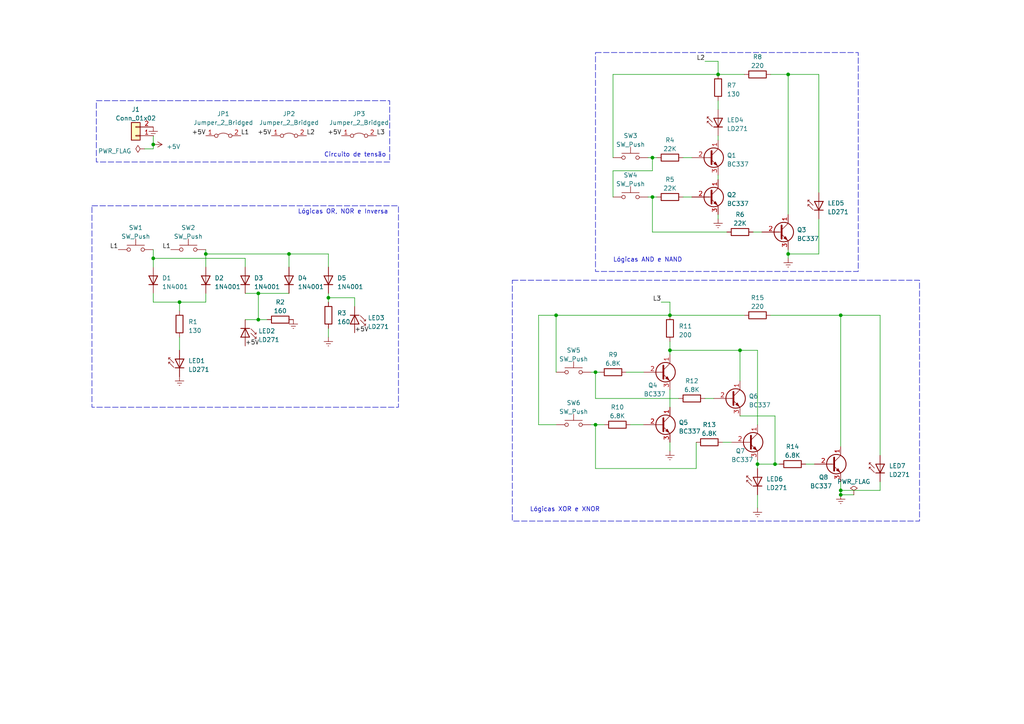
<source format=kicad_sch>
(kicad_sch (version 20230121) (generator eeschema)
  (paper "A4")
  (title_block (title "Lógica Booleana") (date "2023-05-06") (company "IFSP-GRU") (comment 1 "Circuito Simplificado ") (comment 2 "Israel R. Dutra"))
  (lib_symbols
    (symbol "Connector_Generic:Conn_01x02" (pin_names (offset 1.016) hide)
      (property "Reference" "J" (at 0 2.54 0))
      (property "Value" "Conn_01x02" (at 0 -5.08 0))
      (symbol "Conn_01x02_1_1"
        (rectangle (start -1.27 -2.413) (end 0 -2.667) (stroke (width 0.1524)))
        (rectangle (start -1.27 0.127) (end 0 -0.127) (stroke (width 0.1524)))
        (rectangle (start -1.27 1.27) (end 1.27 -3.81) (stroke (width 0.254)) (fill (type background)))
        (pin passive line (at -5.08 0 0) (length 3.81) (name "Pin_1") (number "1"))
        (pin passive line (at -5.08 -2.54 0) (length 3.81) (name "Pin_2") (number "2"))
      )
    )
    (symbol "Device:R" (pin_numbers hide) (pin_names (offset 0))
      (property "Reference" "R" (at 2.032 0 90))
      (property "Value" "R" (at 0 0 90))
      (symbol "R_0_1"
        (rectangle (start -1.016 -2.54) (end 1.016 2.54) (stroke (width 0.254)))
      )
      (symbol "R_1_1"
        (pin passive line (at 0 3.81 270) (length 1.27) (name "~") (number "1"))
        (pin passive line (at 0 -3.81 90) (length 1.27) (name "~") (number "2"))
      )
    )
    (symbol "Diode:1N4001" (pin_numbers hide) (pin_names hide)
      (property "Reference" "D" (at 0 2.54 0))
      (property "Value" "1N4001" (at 0 -2.54 0))
      (symbol "1N4001_0_1"
        (polyline (pts (xy -1.27 1.27) (xy -1.27 -1.27)) (stroke (width 0.254)))
        (polyline (pts (xy 1.27 0) (xy -1.27 0)))
        (polyline (pts (xy 1.27 1.27) (xy 1.27 -1.27) (xy -1.27 0) (xy 1.27 1.27)) (stroke (width 0.254)))
      )
      (symbol "1N4001_1_1"
        (pin passive line (at -3.81 0 0) (length 2.54) (name "K") (number "1"))
        (pin passive line (at 3.81 0 180) (length 2.54) (name "A") (number "2"))
      )
    )
    (symbol "Jumper:Jumper_2_Bridged" (pin_names (offset 0) hide)
      (property "Reference" "JP" (at 0 1.905 0))
      (property "Value" "Jumper_2_Bridged" (at 0 -2.54 0))
      (symbol "Jumper_2_Bridged_0_0"
        (circle (center -2.032 0) (radius 0.508))
        (circle (center 2.032 0) (radius 0.508))
      )
      (symbol "Jumper_2_Bridged_0_1"
        (arc (start 1.524 0.254) (mid 0 0.762) (end -1.524 0.254))
      )
      (symbol "Jumper_2_Bridged_1_1"
        (pin passive line (at -5.08 0 0) (length 2.54) (name "A") (number "1"))
        (pin passive line (at 5.08 0 180) (length 2.54) (name "B") (number "2"))
      )
    )
    (symbol "LED:LD271" (pin_numbers hide) (pin_names (offset 1.016) hide)
      (property "Reference" "D" (at 0.508 1.778 0))
      (property "Value" "LD271" (at -1.016 -2.794 0))
      (symbol "LD271_0_1"
        (polyline (pts (xy -2.54 1.27) (xy -2.54 -1.27)) (stroke (width 0.254)))
        (polyline (pts (xy 0 0) (xy -2.54 0)))
        (polyline (pts (xy 0.381 3.175) (xy -0.127 3.175)))
        (polyline (pts (xy -1.143 1.651) (xy 0.381 3.175) (xy 0.381 2.667)))
        (polyline (pts (xy 0 -1.27) (xy -2.54 0) (xy 0 1.27) (xy 0 -1.27)) (stroke (width 0.254)))
        (polyline (pts (xy -2.413 1.651) (xy -0.889 3.175) (xy -0.889 2.667) (xy -0.889 3.175) (xy -1.397 3.175)))
      )
      (symbol "LD271_1_1"
        (pin passive line (at -5.08 0 0) (length 2.54) (name "K") (number "1"))
        (pin passive line (at 2.54 0 180) (length 2.54) (name "A") (number "2"))
      )
    )
    (symbol "Switch:SW_Push" (pin_numbers hide) (pin_names (offset 1.016) hide)
      (property "Reference" "SW" (at 1.27 2.54 0))
      (property "Value" "SW_Push" (at 0 -1.524 0))
      (symbol "SW_Push_0_1"
        (circle (center -2.032 0) (radius 0.508))
        (polyline (pts (xy 0 1.27) (xy 0 3.048)))
        (polyline (pts (xy 2.54 1.27) (xy -2.54 1.27)))
        (circle (center 2.032 0) (radius 0.508))
        (pin passive line (at -5.08 0 0) (length 2.54) (name "1") (number "1"))
        (pin passive line (at 5.08 0 180) (length 2.54) (name "2") (number "2"))
      )
    )
    (symbol "Transistor_BJT:BC337" (pin_names (offset 0) hide)
      (property "Reference" "Q" (at 5.08 1.905 0))
      (property "Value" "BC337" (at 5.08 0 0))
      (symbol "BC337_0_1"
        (polyline (pts (xy 0 0) (xy 0.635 0)))
        (polyline (pts (xy 0.635 0.635) (xy 2.54 2.54)))
        (polyline (pts (xy 0.635 -0.635) (xy 2.54 -2.54) (xy 2.54 -2.54)))
        (polyline (pts (xy 0.635 1.905) (xy 0.635 -1.905) (xy 0.635 -1.905)) (stroke (width 0.508)))
        (polyline (pts (xy 1.27 -1.778) (xy 1.778 -1.27) (xy 2.286 -2.286) (xy 1.27 -1.778) (xy 1.27 -1.778)) (fill (type outline)))
        (circle (center 1.27 0) (radius 2.8194) (stroke (width 0.254)))
      )
      (symbol "BC337_1_1"
        (pin passive line (at 2.54 5.08 270) (length 2.54) (name "C") (number "1"))
        (pin input line (at -5.08 0 0) (length 5.08) (name "B") (number "2"))
        (pin passive line (at 2.54 -5.08 90) (length 2.54) (name "E") (number "3"))
      )
    )
    (symbol "power:+5V" (power) (pin_names (offset 0))
      (property "Value" "+5V" (at 0 3.556 0))
      (symbol "+5V_0_1"
        (polyline (pts (xy -0.762 1.27) (xy 0 2.54)))
        (polyline (pts (xy 0 0) (xy 0 2.54)))
        (polyline (pts (xy 0 2.54) (xy 0.762 1.27)))
      )
      (symbol "+5V_1_1"
        (pin power_in line (at 0 0 90) (length 0) hide (name "+5V") (number "1"))
      )
    )
    (symbol "power:Earth" (power) (pin_names (offset 0))
      (symbol "Earth_0_1"
        (polyline (pts (xy -0.635 -1.905) (xy 0.635 -1.905)))
        (polyline (pts (xy -0.127 -2.54) (xy 0.127 -2.54)))
        (polyline (pts (xy 0 -1.27) (xy 0 0)))
        (polyline (pts (xy 1.27 -1.27) (xy -1.27 -1.27)))
      )
      (symbol "Earth_1_1"
        (pin power_in line (at 0 0 270) (length 0) hide (name "Earth") (number "1"))
      )
    )
    (symbol "power:PWR_FLAG" (power) (pin_numbers hide) (pin_names (offset 0) hide)
      (property "Value" "PWR_FLAG" (at 0 3.81 0))
      (symbol "PWR_FLAG_0_0"
        (pin power_out line (at 0 0 90) (length 0) (name "pwr") (number "1"))
      )
      (symbol "PWR_FLAG_0_1"
        (polyline (pts (xy 0 0) (xy 0 1.27) (xy -1.016 1.905) (xy 0 2.54) (xy 1.016 1.905) (xy 0 1.27)))
      )
    )
  )
  (junction (at 214.63 101.6))
  (junction (at 83.82 73.66))
  (junction (at 74.93 85.09))
  (junction (at 243.84 142.24))
  (junction (at 161.29 91.44))
  (junction (at 243.84 91.44))
  (junction (at 44.45 74.93))
  (junction (at 74.93 92.71))
  (junction (at 243.84 143.51))
  (junction (at 44.45 41.91))
  (junction (at 208.28 21.59))
  (junction (at 224.79 134.62))
  (junction (at 228.6 73.66))
  (junction (at 52.07 87.63))
  (junction (at 172.72 123.19))
  (junction (at 219.71 134.62))
  (junction (at 194.31 91.44))
  (junction (at 95.25 86.36))
  (junction (at 189.23 45.72))
  (junction (at 228.6 21.59))
  (junction (at 172.72 107.95))
  (junction (at 189.23 57.15))
  (junction (at 194.31 101.6))
  (junction (at 59.69 73.66))
  (wire (pts (xy 243.84 142.24) (xy 243.84 143.51)))
  (wire (pts (xy 198.12 57.15) (xy 200.66 57.15)))
  (wire (pts (xy 208.28 62.23) (xy 208.28 63.5)))
  (wire (pts (xy 219.71 134.62) (xy 224.79 134.62)))
  (wire (pts (xy 194.31 91.44) (xy 215.9 91.44)))
  (wire (pts (xy 204.47 17.78) (xy 208.28 17.78)))
  (wire (pts (xy 44.45 43.18) (xy 44.45 41.91)))
  (wire (pts (xy 210.82 67.31) (xy 189.23 67.31)))
  (wire (pts (xy 237.49 63.5) (xy 237.49 73.66)))
  (wire (pts (xy 194.31 91.44) (xy 194.31 87.63)))
  (wire (pts (xy 191.77 87.63) (xy 194.31 87.63)))
  (wire (pts (xy 196.85 115.57) (xy 172.72 115.57)))
  (wire (pts (xy 172.72 115.57) (xy 172.72 107.95)))
  (wire (pts (xy 161.29 91.44) (xy 194.31 91.44)))
  (wire (pts (xy 187.96 57.15) (xy 189.23 57.15)))
  (wire (pts (xy 95.25 85.09) (xy 95.25 86.36)))
  (wire (pts (xy 219.71 133.35) (xy 219.71 134.62)))
  (wire (pts (xy 219.71 123.19) (xy 219.71 101.6)))
  (wire (pts (xy 209.55 128.27) (xy 212.09 128.27)))
  (wire (pts (xy 233.68 134.62) (xy 236.22 134.62)))
  (wire (pts (xy 243.84 91.44) (xy 223.52 91.44)))
  (wire (pts (xy 161.29 123.19) (xy 156.21 123.19)))
  (wire (pts (xy 219.71 143.51) (xy 219.71 147.32)))
  (wire (pts (xy 201.93 135.89) (xy 201.93 128.27)))
  (wire (pts (xy 208.28 39.37) (xy 208.28 40.64)))
  (wire (pts (xy 59.69 72.39) (xy 59.69 73.66)))
  (wire (pts (xy 243.84 139.7) (xy 243.84 142.24)))
  (wire (pts (xy 219.71 101.6) (xy 214.63 101.6)))
  (wire (pts (xy 172.72 107.95) (xy 173.99 107.95)))
  (wire (pts (xy 214.63 101.6) (xy 194.31 101.6)))
  (wire (pts (xy 208.28 21.59) (xy 215.9 21.59)))
  (wire (pts (xy 255.27 132.08) (xy 255.27 91.44)))
  (wire (pts (xy 52.07 87.63) (xy 44.45 87.63)))
  (wire (pts (xy 177.8 21.59) (xy 208.28 21.59)))
  (wire (pts (xy 189.23 45.72) (xy 190.5 45.72)))
  (wire (pts (xy 224.79 120.65) (xy 224.79 134.62)))
  (wire (pts (xy 208.28 21.59) (xy 208.28 17.78)))
  (wire (pts (xy 74.93 85.09) (xy 74.93 92.71)))
  (wire (pts (xy 71.12 92.71) (xy 74.93 92.71)))
  (wire (pts (xy 208.28 29.21) (xy 208.28 31.75)))
  (wire (pts (xy 74.93 92.71) (xy 77.47 92.71)))
  (wire (pts (xy 83.82 73.66) (xy 59.69 73.66)))
  (wire (pts (xy 189.23 67.31) (xy 189.23 57.15)))
  (wire (pts (xy 52.07 90.17) (xy 52.07 87.63)))
  (wire (pts (xy 255.27 142.24) (xy 243.84 142.24)))
  (wire (pts (xy 59.69 73.66) (xy 59.69 77.47)))
  (wire (pts (xy 208.28 50.8) (xy 208.28 52.07)))
  (wire (pts (xy 161.29 107.95) (xy 161.29 91.44)))
  (wire (pts (xy 194.31 128.27) (xy 194.31 130.81)))
  (wire (pts (xy 204.47 115.57) (xy 207.01 115.57)))
  (wire (pts (xy 44.45 41.91) (xy 44.45 39.37)))
  (wire (pts (xy 182.88 123.19) (xy 186.69 123.19)))
  (wire (pts (xy 228.6 21.59) (xy 228.6 62.23)))
  (wire (pts (xy 44.45 87.63) (xy 44.45 85.09)))
  (wire (pts (xy 219.71 134.62) (xy 219.71 135.89)))
  (wire (pts (xy 156.21 123.19) (xy 156.21 91.44)))
  (wire (pts (xy 237.49 55.88) (xy 237.49 21.59)))
  (wire (pts (xy 41.91 43.18) (xy 44.45 43.18)))
  (wire (pts (xy 83.82 77.47) (xy 83.82 73.66)))
  (wire (pts (xy 243.84 91.44) (xy 243.84 129.54)))
  (wire (pts (xy 177.8 57.15) (xy 177.8 49.53)))
  (wire (pts (xy 194.31 101.6) (xy 194.31 102.87)))
  (wire (pts (xy 228.6 72.39) (xy 228.6 73.66)))
  (wire (pts (xy 223.52 21.59) (xy 228.6 21.59)))
  (wire (pts (xy 177.8 45.72) (xy 177.8 21.59)))
  (wire (pts (xy 52.07 97.79) (xy 52.07 101.6)))
  (wire (pts (xy 171.45 107.95) (xy 172.72 107.95)))
  (wire (pts (xy 187.96 45.72) (xy 189.23 45.72)))
  (wire (pts (xy 189.23 57.15) (xy 190.5 57.15)))
  (wire (pts (xy 218.44 67.31) (xy 220.98 67.31)))
  (wire (pts (xy 189.23 45.72) (xy 189.23 49.53)))
  (wire (pts (xy 44.45 74.93) (xy 44.45 77.47)))
  (wire (pts (xy 95.25 86.36) (xy 95.25 87.63)))
  (wire (pts (xy 194.31 99.06) (xy 194.31 101.6)))
  (wire (pts (xy 52.07 87.63) (xy 59.69 87.63)))
  (wire (pts (xy 214.63 101.6) (xy 214.63 110.49)))
  (wire (pts (xy 71.12 77.47) (xy 71.12 74.93)))
  (wire (pts (xy 177.8 49.53) (xy 189.23 49.53)))
  (wire (pts (xy 171.45 123.19) (xy 172.72 123.19)))
  (wire (pts (xy 224.79 134.62) (xy 226.06 134.62)))
  (wire (pts (xy 102.87 88.9) (xy 102.87 86.36)))
  (wire (pts (xy 198.12 45.72) (xy 200.66 45.72)))
  (wire (pts (xy 172.72 123.19) (xy 175.26 123.19)))
  (wire (pts (xy 228.6 73.66) (xy 228.6 74.93)))
  (wire (pts (xy 214.63 120.65) (xy 224.79 120.65)))
  (wire (pts (xy 172.72 123.19) (xy 172.72 135.89)))
  (wire (pts (xy 44.45 74.93) (xy 71.12 74.93)))
  (wire (pts (xy 255.27 139.7) (xy 255.27 142.24)))
  (wire (pts (xy 95.25 77.47) (xy 95.25 73.66)))
  (wire (pts (xy 255.27 91.44) (xy 243.84 91.44)))
  (wire (pts (xy 83.82 73.66) (xy 95.25 73.66)))
  (wire (pts (xy 194.31 113.03) (xy 194.31 118.11)))
  (wire (pts (xy 102.87 86.36) (xy 95.25 86.36)))
  (wire (pts (xy 95.25 95.25) (xy 95.25 97.79)))
  (wire (pts (xy 237.49 21.59) (xy 228.6 21.59)))
  (wire (pts (xy 172.72 135.89) (xy 201.93 135.89)))
  (wire (pts (xy 74.93 85.09) (xy 83.82 85.09)))
  (wire (pts (xy 59.69 85.09) (xy 59.69 87.63)))
  (wire (pts (xy 181.61 107.95) (xy 186.69 107.95)))
  (wire (pts (xy 44.45 72.39) (xy 44.45 74.93)))
  (wire (pts (xy 156.21 91.44) (xy 161.29 91.44)))
  (wire (pts (xy 71.12 85.09) (xy 74.93 85.09)))
  (wire (pts (xy 237.49 73.66) (xy 228.6 73.66)))
  (wire (pts (xy 243.84 143.51) (xy 247.65 143.51)))
  (rectangle (start 27.94 29.21) (end 113.03 46.99) (stroke (width 0) (type dash)))
  (rectangle (start 172.72 15.24) (end 248.92 78.74) (stroke (width 0) (type dash)))
  (rectangle (start 148.59 81.28) (end 266.7 151.13) (stroke (width 0) (type dash)))
  (rectangle (start 26.67 59.69) (end 115.57 118.11) (stroke (width 0) (type dash)))
  (text "Lógicas OR, NOR e Inversa\n" (at 86.36 62.23 0) (effects (font (size 1.27 1.27)) (justify left bottom)))
  (text "Lógicas AND e NAND" (at 177.8 76.2 0) (effects (font (size 1.27 1.27)) (justify left bottom)))
  (text "Circuito de tensão\n" (at 93.98 45.72 0) (effects (font (size 1.27 1.27)) (justify left bottom)))
  (text "Lógicas XOR e XNOR\n" (at 153.67 148.59 0) (effects (font (size 1.27 1.27)) (justify left bottom)))
  (label "L1" (at 34.29 72.39 180))
  (label "+5V" (at 78.74 39.37 180))
  (label "L2" (at 204.47 17.78 180))
  (label "+5V" (at 71.12 100.33 0))
  (label "L3" (at 191.77 87.63 180))
  (label "L1" (at 49.53 72.39 180))
  (label "L3" (at 109.22 39.37 0))
  (label "L2" (at 88.9 39.37 0))
  (label "+5V" (at 102.87 96.52 0))
  (label "+5V" (at 99.06 39.37 180))
  (label "+5V" (at 59.69 39.37 180))
  (label "L1" (at 69.85 39.37 0))
  (symbol (lib_id "Switch:SW_Push") (at 166.37 123.19 0) (unit 1)
    (property "Reference" "SW6" (at 166.37 116.84 0))
    (property "Value" "SW_Push" (at 166.37 119.38 0))
    (property "Footprint" "Button_Switch_THT:SW_PUSH_6mm" (effects hide))
  )
  (symbol (lib_id "power:Earth") (at 243.84 143.51 0) (unit 1)
    (property "Reference" "#PWR09" (effects hide))
    (property "Value" "Earth" (effects hide))
  )
  (symbol (lib_id "Switch:SW_Push") (at 166.37 107.95 0) (unit 1)
    (property "Reference" "SW5" (at 166.37 101.6 0))
    (property "Value" "SW_Push" (at 166.37 104.14 0))
    (property "Footprint" "Button_Switch_THT:SW_PUSH_6mm" (effects hide))
  )
  (symbol (lib_id "Switch:SW_Push") (at 54.61 72.39 0) (unit 1)
    (property "Reference" "SW2" (at 54.61 66.04 0))
    (property "Value" "SW_Push" (at 54.61 68.58 0))
    (property "Footprint" "Button_Switch_THT:SW_PUSH_6mm" (effects hide))
  )
  (symbol (lib_id "Jumper:Jumper_2_Bridged") (at 64.77 39.37 0) (unit 1)
    (property "Reference" "JP1" (at 64.77 33.02 0))
    (property "Value" "Jumper_2_Bridged" (at 64.77 35.56 0))
    (property "Footprint" "Connector_PinHeader_2.54mm:PinHeader_1x02_P2.54mm_Vertical" (effects hide))
  )
  (symbol (lib_id "Device:R") (at 214.63 67.31 90) (unit 1)
    (property "Reference" "R6" (at 214.63 62.23 90))
    (property "Value" "22K" (at 214.63 64.77 90))
    (property "Footprint" "Resistor_THT:R_Axial_DIN0207_L6.3mm_D2.5mm_P10.16mm_Horizontal" (effects hide))
  )
  (symbol (lib_id "LED:LD271") (at 255.27 134.62 90) (unit 1)
    (property "Reference" "LED7" (at 257.81 135.128 90) (effects (justify right)))
    (property "Value" "LD271" (at 257.81 137.668 90) (effects (justify right)))
    (property "Footprint" "LED_THT:LED_D5.0mm_IRGrey" (effects hide))
    (property "Datasheet" "http://www.alliedelec.com/m/d/40788c34903a719969df15f1fbea1056.pdf" (effects hide))
  )
  (symbol (lib_id "Transistor_BJT:BC337") (at 191.77 107.95 0) (unit 1)
    (property "Reference" "Q4" (at 187.96 111.76 0) (effects (justify left)))
    (property "Value" "BC337" (at 186.69 114.3 0) (effects (justify left)))
    (property "Footprint" "Package_TO_SOT_THT:TO-92_Wide" (effects hide))
    (property "Datasheet" "https://diotec.com/tl_files/diotec/files/pdf/datasheets/bc337.pdf" (effects hide))
  )
  (symbol (lib_id "Device:R") (at 200.66 115.57 270) (unit 1)
    (property "Reference" "R12" (at 200.66 110.49 90))
    (property "Value" "6.8K" (at 200.66 113.03 90))
    (property "Footprint" "Resistor_THT:R_Axial_DIN0207_L6.3mm_D2.5mm_P10.16mm_Horizontal" (effects hide))
  )
  (symbol (lib_id "Device:R") (at 194.31 45.72 90) (unit 1)
    (property "Reference" "R4" (at 194.31 40.64 90))
    (property "Value" "22K" (at 194.31 43.18 90))
    (property "Footprint" "Resistor_THT:R_Axial_DIN0207_L6.3mm_D2.5mm_P10.16mm_Horizontal" (effects hide))
  )
  (symbol (lib_id "Device:R") (at 194.31 95.25 180) (unit 1)
    (property "Reference" "R11" (at 196.85 94.615 0) (effects (justify right)))
    (property "Value" "200" (at 196.85 97.155 0) (effects (justify right)))
    (property "Footprint" "Resistor_THT:R_Axial_DIN0207_L6.3mm_D2.5mm_P10.16mm_Horizontal" (effects hide))
  )
  (symbol (lib_id "power:PWR_FLAG") (at 41.91 43.18 90) (unit 1)
    (property "Reference" "#FLG02" (effects hide))
    (property "Value" "PWR_FLAG" (at 38.1 43.815 90) (effects (justify left)))
  )
  (symbol (lib_id "Transistor_BJT:BC337") (at 212.09 115.57 0) (unit 1)
    (property "Reference" "Q6" (at 217.17 114.935 0) (effects (justify left)))
    (property "Value" "BC337" (at 217.17 117.475 0) (effects (justify left)))
    (property "Footprint" "Package_TO_SOT_THT:TO-92_Wide" (effects hide))
    (property "Datasheet" "https://diotec.com/tl_files/diotec/files/pdf/datasheets/bc337.pdf" (effects hide))
  )
  (symbol (lib_id "LED:LD271") (at 71.12 97.79 270) (unit 1)
    (property "Reference" "LED2" (at 74.93 96.012 90) (effects (justify left)))
    (property "Value" "LD271" (at 74.93 98.552 90) (effects (justify left)))
    (property "Footprint" "LED_THT:LED_D5.0mm_IRGrey" (effects hide))
    (property "Datasheet" "http://www.alliedelec.com/m/d/40788c34903a719969df15f1fbea1056.pdf" (effects hide))
  )
  (symbol (lib_id "power:Earth") (at 44.45 36.83 0) (unit 1)
    (property "Reference" "#PWR04" (effects hide))
    (property "Value" "Earth" (effects hide))
  )
  (symbol (lib_id "LED:LD271") (at 102.87 93.98 270) (unit 1)
    (property "Reference" "LED3" (at 106.68 92.202 90) (effects (justify left)))
    (property "Value" "LD271" (at 106.68 94.742 90) (effects (justify left)))
    (property "Footprint" "LED_THT:LED_D5.0mm_IRGrey" (effects hide))
    (property "Datasheet" "http://www.alliedelec.com/m/d/40788c34903a719969df15f1fbea1056.pdf" (effects hide))
  )
  (symbol (lib_id "Device:R") (at 52.07 93.98 0) (unit 1)
    (property "Reference" "R1" (at 54.61 93.345 0) (effects (justify left)))
    (property "Value" "130" (at 54.61 95.885 0) (effects (justify left)))
    (property "Footprint" "Resistor_THT:R_Axial_DIN0207_L6.3mm_D2.5mm_P10.16mm_Horizontal" (effects hide))
  )
  (symbol (lib_id "power:+5V") (at 44.45 41.91 270) (unit 1)
    (property "Reference" "#PWR02" (effects hide))
    (property "Value" "+5V" (at 48.26 42.545 90) (effects (justify left)))
  )
  (symbol (lib_id "Device:R") (at 179.07 123.19 90) (unit 1)
    (property "Reference" "R10" (at 179.07 118.11 90))
    (property "Value" "6.8K" (at 179.07 120.65 90))
    (property "Footprint" "Resistor_THT:R_Axial_DIN0207_L6.3mm_D2.5mm_P10.16mm_Horizontal" (effects hide))
  )
  (symbol (lib_id "power:Earth") (at 228.6 74.93 0) (unit 1)
    (property "Reference" "#PWR07" (effects hide))
    (property "Value" "Earth" (effects hide))
  )
  (symbol (lib_id "Device:R") (at 177.8 107.95 90) (unit 1)
    (property "Reference" "R9" (at 177.8 102.87 90))
    (property "Value" "6.8K" (at 177.8 105.41 90))
    (property "Footprint" "Resistor_THT:R_Axial_DIN0207_L6.3mm_D2.5mm_P10.16mm_Horizontal" (effects hide))
  )
  (symbol (lib_id "Transistor_BJT:BC337") (at 205.74 57.15 0) (unit 1)
    (property "Reference" "Q2" (at 210.82 56.515 0) (effects (justify left)))
    (property "Value" "BC337" (at 210.82 59.055 0) (effects (justify left)))
    (property "Footprint" "Package_TO_SOT_THT:TO-92_Wide" (effects hide))
    (property "Datasheet" "https://diotec.com/tl_files/diotec/files/pdf/datasheets/bc337.pdf" (effects hide))
  )
  (symbol (lib_id "power:Earth") (at 219.71 147.32 0) (unit 1)
    (property "Reference" "#PWR010" (effects hide))
    (property "Value" "Earth" (effects hide))
  )
  (symbol (lib_id "Diode:1N4001") (at 71.12 81.28 90) (unit 1)
    (property "Reference" "D3" (at 73.66 80.645 90) (effects (justify right)))
    (property "Value" "1N4001" (at 73.66 83.185 90) (effects (justify right)))
    (property "Footprint" "Diode_THT:D_DO-41_SOD81_P10.16mm_Horizontal" (effects hide))
    (property "Datasheet" "http://www.vishay.com/docs/88503/1n4001.pdf" (effects hide))
    (property "Sim.Device" "D" (effects hide))
    (property "Sim.Pins" "1=K 2=A" (effects hide))
  )
  (symbol (lib_id "power:Earth") (at 208.28 63.5 0) (unit 1)
    (property "Reference" "#PWR06" (effects hide))
    (property "Value" "Earth" (effects hide))
  )
  (symbol (lib_id "Transistor_BJT:BC337") (at 191.77 123.19 0) (unit 1)
    (property "Reference" "Q5" (at 196.85 122.555 0) (effects (justify left)))
    (property "Value" "BC337" (at 196.85 125.095 0) (effects (justify left)))
    (property "Footprint" "Package_TO_SOT_THT:TO-92_Wide" (effects hide))
    (property "Datasheet" "https://diotec.com/tl_files/diotec/files/pdf/datasheets/bc337.pdf" (effects hide))
  )
  (symbol (lib_id "Device:R") (at 205.74 128.27 90) (unit 1)
    (property "Reference" "R13" (at 205.74 123.19 90))
    (property "Value" "6.8K" (at 205.74 125.73 90))
    (property "Footprint" "Resistor_THT:R_Axial_DIN0207_L6.3mm_D2.5mm_P10.16mm_Horizontal" (effects hide))
  )
  (symbol (lib_id "Transistor_BJT:BC337") (at 217.17 128.27 0) (unit 1)
    (property "Reference" "Q7" (at 213.36 130.81 0) (effects (justify left)))
    (property "Value" "BC337" (at 212.09 133.35 0) (effects (justify left)))
    (property "Footprint" "Package_TO_SOT_THT:TO-92_Wide" (effects hide))
    (property "Datasheet" "https://diotec.com/tl_files/diotec/files/pdf/datasheets/bc337.pdf" (effects hide))
  )
  (symbol (lib_id "LED:LD271") (at 208.28 34.29 90) (unit 1)
    (property "Reference" "LED4" (at 210.82 34.798 90) (effects (justify right)))
    (property "Value" "LD271" (at 210.82 37.338 90) (effects (justify right)))
    (property "Footprint" "LED_THT:LED_D5.0mm_IRGrey" (effects hide))
    (property "Datasheet" "http://www.alliedelec.com/m/d/40788c34903a719969df15f1fbea1056.pdf" (effects hide))
  )
  (symbol (lib_id "power:Earth") (at 95.25 97.79 0) (unit 1)
    (property "Reference" "#PWR05" (effects hide))
    (property "Value" "Earth" (effects hide))
  )
  (symbol (lib_id "Switch:SW_Push") (at 182.88 45.72 0) (unit 1)
    (property "Reference" "SW3" (at 182.88 39.37 0))
    (property "Value" "SW_Push" (at 182.88 41.91 0))
    (property "Footprint" "Button_Switch_THT:SW_PUSH_6mm" (effects hide))
  )
  (symbol (lib_id "Device:R") (at 229.87 134.62 90) (unit 1)
    (property "Reference" "R14" (at 229.87 129.54 90))
    (property "Value" "6.8K" (at 229.87 132.08 90))
    (property "Footprint" "Resistor_THT:R_Axial_DIN0207_L6.3mm_D2.5mm_P10.16mm_Horizontal" (effects hide))
  )
  (symbol (lib_id "Jumper:Jumper_2_Bridged") (at 104.14 39.37 0) (unit 1)
    (property "Reference" "JP3" (at 104.14 33.02 0))
    (property "Value" "Jumper_2_Bridged" (at 104.14 35.56 0))
    (property "Footprint" "Connector_PinHeader_2.54mm:PinHeader_1x02_P2.54mm_Vertical" (effects hide))
  )
  (symbol (lib_id "Jumper:Jumper_2_Bridged") (at 83.82 39.37 0) (unit 1)
    (property "Reference" "JP2" (at 83.82 33.02 0))
    (property "Value" "Jumper_2_Bridged" (at 83.82 35.56 0))
    (property "Footprint" "Connector_PinHeader_2.54mm:PinHeader_1x02_P2.54mm_Vertical" (effects hide))
  )
  (symbol (lib_id "LED:LD271") (at 237.49 58.42 90) (unit 1)
    (property "Reference" "LED5" (at 240.03 58.928 90) (effects (justify right)))
    (property "Value" "LD271" (at 240.03 61.468 90) (effects (justify right)))
    (property "Footprint" "LED_THT:LED_D5.0mm_IRGrey" (effects hide))
    (property "Datasheet" "http://www.alliedelec.com/m/d/40788c34903a719969df15f1fbea1056.pdf" (effects hide))
  )
  (symbol (lib_id "LED:LD271") (at 219.71 138.43 90) (unit 1)
    (property "Reference" "LED6" (at 222.25 138.938 90) (effects (justify right)))
    (property "Value" "LD271" (at 222.25 141.478 90) (effects (justify right)))
    (property "Footprint" "LED_THT:LED_D5.0mm_IRGrey" (effects hide))
    (property "Datasheet" "http://www.alliedelec.com/m/d/40788c34903a719969df15f1fbea1056.pdf" (effects hide))
  )
  (symbol (lib_id "Transistor_BJT:BC337") (at 226.06 67.31 0) (unit 1)
    (property "Reference" "Q3" (at 231.14 66.675 0) (effects (justify left)))
    (property "Value" "BC337" (at 231.14 69.215 0) (effects (justify left)))
    (property "Footprint" "Package_TO_SOT_THT:TO-92_Wide" (effects hide))
    (property "Datasheet" "https://diotec.com/tl_files/diotec/files/pdf/datasheets/bc337.pdf" (effects hide))
  )
  (symbol (lib_id "Device:R") (at 194.31 57.15 90) (unit 1)
    (property "Reference" "R5" (at 194.31 52.07 90))
    (property "Value" "22K" (at 194.31 54.61 90))
    (property "Footprint" "Resistor_THT:R_Axial_DIN0207_L6.3mm_D2.5mm_P10.16mm_Horizontal" (effects hide))
  )
  (symbol (lib_id "Connector_Generic:Conn_01x02") (at 39.37 39.37 180) (unit 1)
    (property "Reference" "J1" (at 39.37 31.75 0))
    (property "Value" "Conn_01x02" (at 39.37 34.29 0))
    (property "Footprint" "Connector_PinSocket_2.54mm:PinSocket_2x01_P2.54mm_Vertical" (effects hide))
  )
  (symbol (lib_id "LED:LD271") (at 52.07 104.14 90) (unit 1)
    (property "Reference" "LED1" (at 54.61 104.648 90) (effects (justify right)))
    (property "Value" "LD271" (at 54.61 107.188 90) (effects (justify right)))
    (property "Footprint" "LED_THT:LED_D5.0mm_IRGrey" (effects hide))
    (property "Datasheet" "http://www.alliedelec.com/m/d/40788c34903a719969df15f1fbea1056.pdf" (effects hide))
  )
  (symbol (lib_id "Diode:1N4001") (at 95.25 81.28 90) (unit 1)
    (property "Reference" "D5" (at 97.79 80.645 90) (effects (justify right)))
    (property "Value" "1N4001" (at 97.79 83.185 90) (effects (justify right)))
    (property "Footprint" "Diode_THT:D_DO-41_SOD81_P10.16mm_Horizontal" (effects hide))
    (property "Datasheet" "http://www.vishay.com/docs/88503/1n4001.pdf" (effects hide))
    (property "Sim.Device" "D" (effects hide))
    (property "Sim.Pins" "1=K 2=A" (effects hide))
  )
  (symbol (lib_id "Diode:1N4001") (at 44.45 81.28 90) (unit 1)
    (property "Reference" "D1" (at 46.99 80.645 90) (effects (justify right)))
    (property "Value" "1N4001" (at 46.99 83.185 90) (effects (justify right)))
    (property "Footprint" "Diode_THT:D_DO-41_SOD81_P10.16mm_Horizontal" (effects hide))
    (property "Datasheet" "http://www.vishay.com/docs/88503/1n4001.pdf" (effects hide))
    (property "Sim.Device" "D" (effects hide))
    (property "Sim.Pins" "1=K 2=A" (effects hide))
  )
  (symbol (lib_id "Transistor_BJT:BC337") (at 241.3 134.62 0) (unit 1)
    (property "Reference" "Q8" (at 237.49 138.43 0) (effects (justify left)))
    (property "Value" "BC337" (at 234.95 140.97 0) (effects (justify left)))
    (property "Footprint" "Package_TO_SOT_THT:TO-92_Wide" (effects hide))
    (property "Datasheet" "https://diotec.com/tl_files/diotec/files/pdf/datasheets/bc337.pdf" (effects hide))
  )
  (symbol (lib_id "Device:R") (at 81.28 92.71 90) (unit 1)
    (property "Reference" "R2" (at 81.28 87.63 90))
    (property "Value" "160" (at 81.28 90.17 90))
    (property "Footprint" "Resistor_THT:R_Axial_DIN0207_L6.3mm_D2.5mm_P10.16mm_Horizontal" (effects hide))
  )
  (symbol (lib_id "Device:R") (at 95.25 91.44 0) (unit 1)
    (property "Reference" "R3" (at 97.79 90.805 0) (effects (justify left)))
    (property "Value" "160" (at 97.79 93.345 0) (effects (justify left)))
    (property "Footprint" "Resistor_THT:R_Axial_DIN0207_L6.3mm_D2.5mm_P10.16mm_Horizontal" (effects hide))
  )
  (symbol (lib_id "Transistor_BJT:BC337") (at 205.74 45.72 0) (unit 1)
    (property "Reference" "Q1" (at 210.82 45.085 0) (effects (justify left)))
    (property "Value" "BC337" (at 210.82 47.625 0) (effects (justify left)))
    (property "Footprint" "Package_TO_SOT_THT:TO-92_Wide" (effects hide))
    (property "Datasheet" "https://diotec.com/tl_files/diotec/files/pdf/datasheets/bc337.pdf" (effects hide))
  )
  (symbol (lib_id "Device:R") (at 219.71 21.59 90) (unit 1)
    (property "Reference" "R8" (at 219.71 16.51 90))
    (property "Value" "220" (at 219.71 19.05 90))
    (property "Footprint" "Resistor_THT:R_Axial_DIN0207_L6.3mm_D2.5mm_P10.16mm_Horizontal" (effects hide))
  )
  (symbol (lib_id "power:Earth") (at 194.31 130.81 0) (unit 1)
    (property "Reference" "#PWR08" (effects hide))
    (property "Value" "Earth" (effects hide))
  )
  (symbol (lib_id "power:PWR_FLAG") (at 247.65 143.51 0) (unit 1)
    (property "Reference" "#FLG01" (effects hide))
    (property "Value" "PWR_FLAG" (at 247.65 139.7 0))
  )
  (symbol (lib_id "power:Earth") (at 85.09 92.71 0) (unit 1)
    (property "Reference" "#PWR01" (effects hide))
    (property "Value" "Earth" (effects hide))
  )
  (symbol (lib_id "Diode:1N4001") (at 59.69 81.28 90) (unit 1)
    (property "Reference" "D2" (at 62.23 80.645 90) (effects (justify right)))
    (property "Value" "1N4001" (at 62.23 83.185 90) (effects (justify right)))
    (property "Footprint" "Diode_THT:D_DO-41_SOD81_P10.16mm_Horizontal" (effects hide))
    (property "Datasheet" "http://www.vishay.com/docs/88503/1n4001.pdf" (effects hide))
    (property "Sim.Device" "D" (effects hide))
    (property "Sim.Pins" "1=K 2=A" (effects hide))
  )
  (symbol (lib_id "Device:R") (at 208.28 25.4 0) (unit 1)
    (property "Reference" "R7" (at 210.82 24.765 0) (effects (justify left)))
    (property "Value" "130" (at 210.82 27.305 0) (effects (justify left)))
    (property "Footprint" "Resistor_THT:R_Axial_DIN0207_L6.3mm_D2.5mm_P10.16mm_Horizontal" (effects hide))
  )
  (symbol (lib_id "power:Earth") (at 52.07 109.22 0) (unit 1)
    (property "Reference" "#PWR03" (effects hide))
    (property "Value" "Earth" (effects hide))
  )
  (symbol (lib_id "Device:R") (at 219.71 91.44 90) (unit 1)
    (property "Reference" "R15" (at 219.71 86.36 90))
    (property "Value" "220" (at 219.71 88.9 90))
    (property "Footprint" "Resistor_THT:R_Axial_DIN0207_L6.3mm_D2.5mm_P10.16mm_Horizontal" (effects hide))
  )
  (symbol (lib_id "Switch:SW_Push") (at 182.88 57.15 0) (unit 1)
    (property "Reference" "SW4" (at 182.88 50.8 0))
    (property "Value" "SW_Push" (at 182.88 53.34 0))
    (property "Footprint" "Button_Switch_THT:SW_PUSH_6mm" (effects hide))
  )
  (symbol (lib_id "Switch:SW_Push") (at 39.37 72.39 0) (unit 1)
    (property "Reference" "SW1" (at 39.37 66.04 0))
    (property "Value" "SW_Push" (at 39.37 68.58 0))
    (property "Footprint" "Button_Switch_THT:SW_PUSH_6mm" (effects hide))
  )
  (symbol (lib_id "Diode:1N4001") (at 83.82 81.28 90) (unit 1)
    (property "Reference" "D4" (at 86.36 80.645 90) (effects (justify right)))
    (property "Value" "1N4001" (at 86.36 83.185 90) (effects (justify right)))
    (property "Footprint" "Diode_THT:D_DO-41_SOD81_P10.16mm_Horizontal" (effects hide))
    (property "Datasheet" "http://www.vishay.com/docs/88503/1n4001.pdf" (effects hide))
    (property "Sim.Device" "D" (effects hide))
    (property "Sim.Pins" "1=K 2=A" (effects hide))
  )
)
</source>
